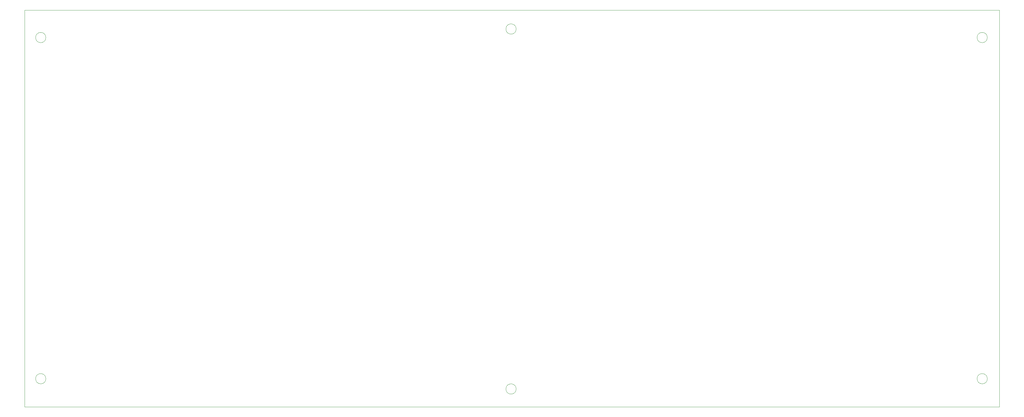
<source format=gm1>
G04 #@! TF.GenerationSoftware,KiCad,Pcbnew,6.0.11+dfsg-1*
G04 #@! TF.CreationDate,2025-04-29T08:55:15+02:00*
G04 #@! TF.ProjectId,zx-cherry-keyboard,7a782d63-6865-4727-9279-2d6b6579626f,1.1*
G04 #@! TF.SameCoordinates,Original*
G04 #@! TF.FileFunction,Profile,NP*
%FSLAX46Y46*%
G04 Gerber Fmt 4.6, Leading zero omitted, Abs format (unit mm)*
G04 Created by KiCad (PCBNEW 6.0.11+dfsg-1) date 2025-04-29 08:55:15*
%MOMM*%
%LPD*%
G01*
G04 APERTURE LIST*
G04 #@! TA.AperFunction,Profile*
%ADD10C,0.100000*%
G04 #@! TD*
G04 APERTURE END LIST*
D10*
X210750000Y-196750000D02*
G75*
G03*
X210750000Y-196750000I-1500000J0D01*
G01*
X67020000Y-85960000D02*
X352020000Y-85960000D01*
X352020000Y-85960000D02*
X352020000Y-201990000D01*
X352020000Y-201990000D02*
X67020000Y-201990000D01*
X67020000Y-201990000D02*
X67020000Y-85960000D01*
X73250000Y-94000000D02*
G75*
G03*
X73250000Y-94000000I-1500000J0D01*
G01*
X348500000Y-94000000D02*
G75*
G03*
X348500000Y-94000000I-1500000J0D01*
G01*
X73250000Y-193750000D02*
G75*
G03*
X73250000Y-193750000I-1500000J0D01*
G01*
X210750000Y-91500000D02*
G75*
G03*
X210750000Y-91500000I-1500000J0D01*
G01*
X348500000Y-193750000D02*
G75*
G03*
X348500000Y-193750000I-1500000J0D01*
G01*
M02*

</source>
